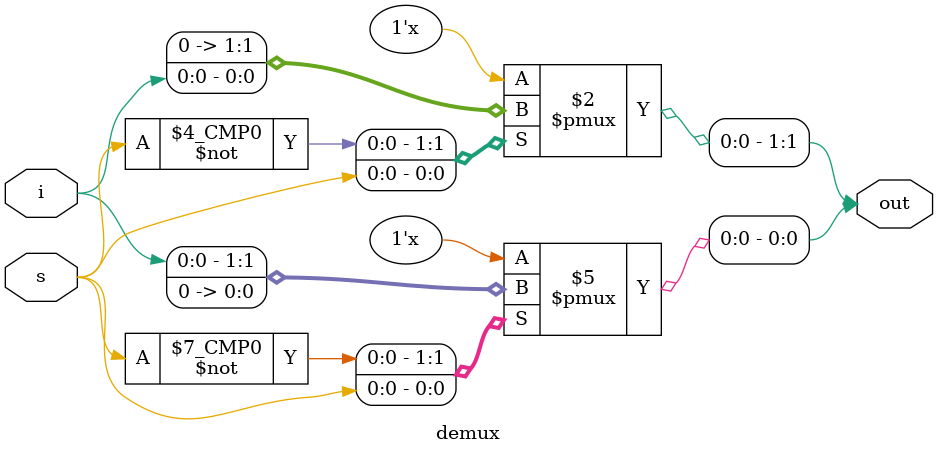
<source format=sv>
module demux(i,s,out);
input s,i;
output reg [1:0]out;
always @(*)
case (s)
1'b0 : begin out[0] =i; out[1]=0; end
1'b1 : begin out[0]=0; out[1] =i; end
endcase
endmodule

</source>
